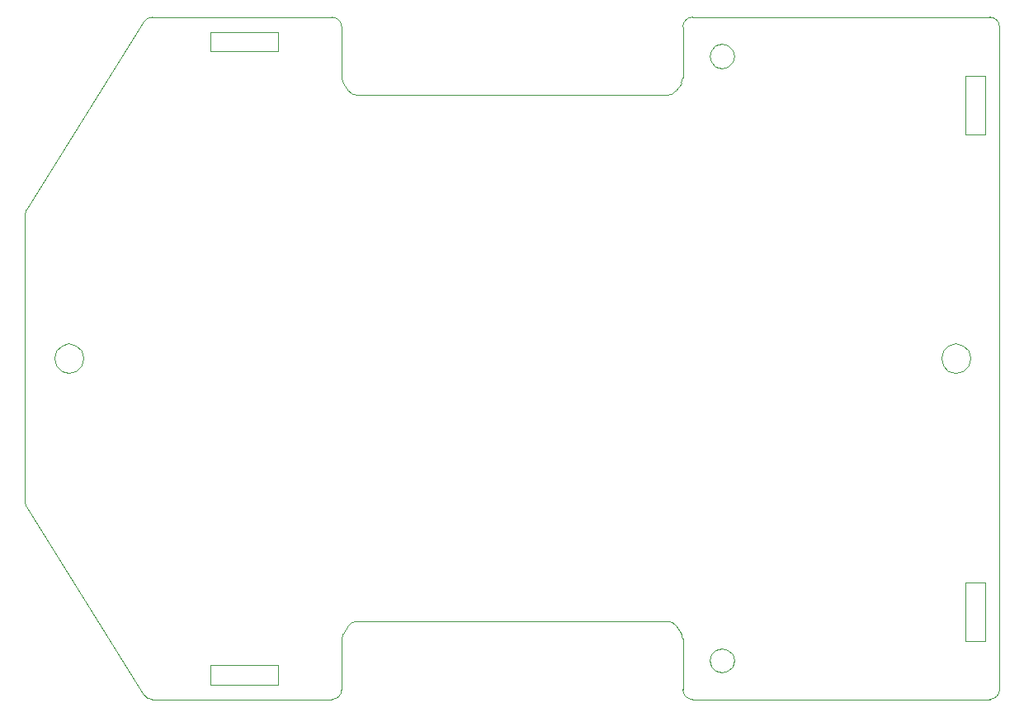
<source format=gbr>
G04 DipTrace 5.1.0.3*
G04 Ãðàíèöûïëàòû.gbr*
%MOMM*%
G04 #@! TF.FileFunction,Profile*
G04 #@! TF.Part,Single*
%ADD10C,0.12*%
%FSLAX35Y35*%
G04*
G71*
G90*
G75*
G01*
G04 BoardOutline*
%LPD*%
X4250000Y1100000D2*
D10*
G02X4150000Y1000000I-99923J-77D01*
G01*
X2305433D1*
G02X2220633Y1047000I11J100020D01*
G01*
X1015200Y2975667D1*
G02X1000000Y3028667I84612J52946D01*
G01*
Y5971300D1*
G02X1015200Y6024300I99812J54D01*
G01*
X2220633Y7953000D1*
G02X2305433Y8000000I84924J-53224D01*
G01*
X4150000D1*
G02X4250000Y7900000I20J-99980D01*
G01*
Y7380267D1*
G03X4266800Y7324800I99986J7D01*
G01*
X4320333Y7244500D1*
G03X4403533Y7200000I83072J55289D01*
G01*
X7596500D1*
G03X7679700Y7244500I65J99906D01*
G01*
X7733200Y7324800D1*
G03X7750000Y7380267I-83186J55473D01*
G01*
Y7900000D1*
G02X7850000Y8000000I100036J-36D01*
G01*
X10900000D1*
G02X11000000Y7900000I20J-99980D01*
G01*
Y1100000D1*
G02X10900000Y1000000I-99923J-77D01*
G01*
X7850000D1*
G02X7750000Y1100000I-20J99980D01*
G01*
Y1619700D1*
G03X7733200Y1675167I-99986J-7D01*
G01*
X7679700Y1755467D1*
G03X7596500Y1800000I-83232J-55514D01*
G01*
X4403533D1*
G03X4320333Y1755467I-30J-99930D01*
G01*
X4266800Y1675167D1*
G03X4250000Y1619700I83186J-55473D01*
G01*
Y1100000D1*
X3600000Y7850000D2*
X2900000D1*
Y7650000D1*
X3600000D1*
Y7850000D1*
X10850000Y6800000D2*
Y7400000D1*
X10650000D1*
Y6800000D1*
X10850000D1*
X10700000Y4500000D2*
X10679907Y4425000D1*
X10625003Y4370097D1*
X10550003Y4350000D1*
X10475007Y4370093D1*
X10420100Y4424997D1*
X10400003Y4499997D1*
X10420100Y4575000D1*
X10475003Y4629903D1*
X10550003Y4650000D1*
X10625007Y4629903D1*
X10679910Y4574997D1*
X10700003Y4499997D1*
X1600000Y4500000D2*
X1579907Y4425000D1*
X1525003Y4370097D1*
X1450003Y4350000D1*
X1375007Y4370093D1*
X1320100Y4424997D1*
X1300003Y4499997D1*
X1320100Y4575000D1*
X1375003Y4629903D1*
X1450003Y4650000D1*
X1525007Y4629903D1*
X1579910Y4574997D1*
X1600003Y4499997D1*
X8275000Y7600000D2*
X8258257Y7537500D1*
X8212503Y7491747D1*
X8150003Y7475000D1*
X8087507Y7491743D1*
X8041753Y7537497D1*
X8025003Y7599997D1*
X8041750Y7662500D1*
X8087503Y7708253D1*
X8150003Y7725000D1*
X8212507Y7708250D1*
X8258260Y7662497D1*
X8275003Y7599997D1*
X2900000Y1150000D2*
Y1350000D1*
X3600000D1*
Y1150000D1*
X2900000D1*
X10850000Y1600000D2*
X10650000D1*
Y2200000D1*
X10850000D1*
Y1600000D1*
X8275000Y1400000D2*
X8258257Y1337500D1*
X8212503Y1291747D1*
X8150003Y1275000D1*
X8087507Y1291743D1*
X8041753Y1337497D1*
X8025003Y1399997D1*
X8041750Y1462500D1*
X8087503Y1508253D1*
X8150003Y1525000D1*
X8212507Y1508250D1*
X8258260Y1462497D1*
X8275003Y1399997D1*
M02*

</source>
